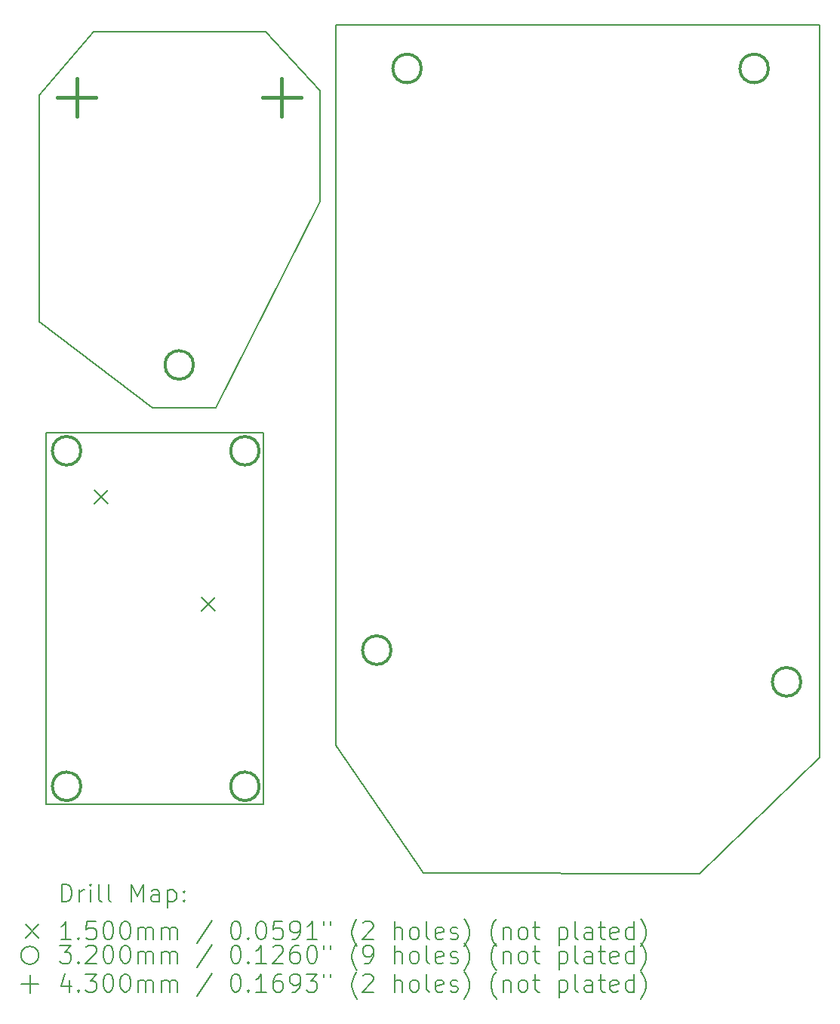
<source format=gbr>
%TF.GenerationSoftware,KiCad,Pcbnew,6.0.11+dfsg-1~bpo11+1*%
%TF.CreationDate,2023-11-13T20:24:25+01:00*%
%TF.ProjectId,v4_pico,76345f70-6963-46f2-9e6b-696361645f70,rev?*%
%TF.SameCoordinates,Original*%
%TF.FileFunction,Drillmap*%
%TF.FilePolarity,Positive*%
%FSLAX45Y45*%
G04 Gerber Fmt 4.5, Leading zero omitted, Abs format (unit mm)*
G04 Created by KiCad (PCBNEW 6.0.11+dfsg-1~bpo11+1) date 2023-11-13 20:24:25*
%MOMM*%
%LPD*%
G01*
G04 APERTURE LIST*
%ADD10C,0.150000*%
%ADD11C,0.200000*%
%ADD12C,0.320000*%
%ADD13C,0.430000*%
G04 APERTURE END LIST*
D10*
X18199100Y-5943600D02*
X18910300Y-5943600D01*
X24332200Y-11165570D02*
X21233400Y-11163030D01*
X21233400Y-11163030D02*
X20256500Y-9728200D01*
X17005300Y-6223000D02*
X19443700Y-6223000D01*
X19443700Y-6223000D02*
X19443700Y-10388600D01*
X19443700Y-10388600D02*
X17005300Y-10388600D01*
X17005300Y-10388600D02*
X17005300Y-6223000D01*
X20078700Y-2387600D02*
X19469100Y-1727200D01*
X25679400Y-1651000D02*
X25679400Y-9867900D01*
X16929100Y-2438400D02*
X16929100Y-4978400D01*
X20256500Y-1651000D02*
X20256500Y-1752600D01*
X25679400Y-9867900D02*
X24332200Y-11165570D01*
X16929100Y-4978400D02*
X18199100Y-5943600D01*
X19469100Y-1727200D02*
X17538700Y-1727200D01*
X20256500Y-1651000D02*
X25679400Y-1651000D01*
X20078700Y-2387600D02*
X20078700Y-3632200D01*
X18910300Y-5943600D02*
X20078700Y-3632200D01*
X17538700Y-1727200D02*
X16929100Y-2438400D01*
X20256500Y-1752600D02*
X20256500Y-9728200D01*
D11*
D10*
X17549500Y-6869600D02*
X17699500Y-7019600D01*
X17699500Y-6869600D02*
X17549500Y-7019600D01*
X18749500Y-8069600D02*
X18899500Y-8219600D01*
X18899500Y-8069600D02*
X18749500Y-8219600D01*
D12*
X17394300Y-6426200D02*
G75*
G03*
X17394300Y-6426200I-160000J0D01*
G01*
X17394300Y-10187800D02*
G75*
G03*
X17394300Y-10187800I-160000J0D01*
G01*
X18656900Y-5463800D02*
G75*
G03*
X18656900Y-5463800I-160000J0D01*
G01*
X19394300Y-6426200D02*
G75*
G03*
X19394300Y-6426200I-160000J0D01*
G01*
X19394300Y-10187800D02*
G75*
G03*
X19394300Y-10187800I-160000J0D01*
G01*
X20873700Y-8661400D02*
G75*
G03*
X20873700Y-8661400I-160000J0D01*
G01*
X21213400Y-2139950D02*
G75*
G03*
X21213400Y-2139950I-160000J0D01*
G01*
X25107200Y-2139950D02*
G75*
G03*
X25107200Y-2139950I-160000J0D01*
G01*
X25471100Y-9017000D02*
G75*
G03*
X25471100Y-9017000I-160000J0D01*
G01*
D13*
X17346900Y-2248800D02*
X17346900Y-2678800D01*
X17131900Y-2463800D02*
X17561900Y-2463800D01*
X19646900Y-2248800D02*
X19646900Y-2678800D01*
X19431900Y-2463800D02*
X19861900Y-2463800D01*
D11*
X17179219Y-11483546D02*
X17179219Y-11283546D01*
X17226838Y-11283546D01*
X17255410Y-11293070D01*
X17274457Y-11312118D01*
X17283981Y-11331165D01*
X17293505Y-11369260D01*
X17293505Y-11397832D01*
X17283981Y-11435927D01*
X17274457Y-11454975D01*
X17255410Y-11474022D01*
X17226838Y-11483546D01*
X17179219Y-11483546D01*
X17379219Y-11483546D02*
X17379219Y-11350213D01*
X17379219Y-11388308D02*
X17388743Y-11369260D01*
X17398267Y-11359737D01*
X17417314Y-11350213D01*
X17436362Y-11350213D01*
X17503029Y-11483546D02*
X17503029Y-11350213D01*
X17503029Y-11283546D02*
X17493505Y-11293070D01*
X17503029Y-11302594D01*
X17512552Y-11293070D01*
X17503029Y-11283546D01*
X17503029Y-11302594D01*
X17626838Y-11483546D02*
X17607790Y-11474022D01*
X17598267Y-11454975D01*
X17598267Y-11283546D01*
X17731600Y-11483546D02*
X17712552Y-11474022D01*
X17703029Y-11454975D01*
X17703029Y-11283546D01*
X17960171Y-11483546D02*
X17960171Y-11283546D01*
X18026838Y-11426403D01*
X18093505Y-11283546D01*
X18093505Y-11483546D01*
X18274457Y-11483546D02*
X18274457Y-11378784D01*
X18264933Y-11359737D01*
X18245886Y-11350213D01*
X18207790Y-11350213D01*
X18188743Y-11359737D01*
X18274457Y-11474022D02*
X18255410Y-11483546D01*
X18207790Y-11483546D01*
X18188743Y-11474022D01*
X18179219Y-11454975D01*
X18179219Y-11435927D01*
X18188743Y-11416879D01*
X18207790Y-11407356D01*
X18255410Y-11407356D01*
X18274457Y-11397832D01*
X18369695Y-11350213D02*
X18369695Y-11550213D01*
X18369695Y-11359737D02*
X18388743Y-11350213D01*
X18426838Y-11350213D01*
X18445886Y-11359737D01*
X18455410Y-11369260D01*
X18464933Y-11388308D01*
X18464933Y-11445451D01*
X18455410Y-11464498D01*
X18445886Y-11474022D01*
X18426838Y-11483546D01*
X18388743Y-11483546D01*
X18369695Y-11474022D01*
X18550648Y-11464498D02*
X18560171Y-11474022D01*
X18550648Y-11483546D01*
X18541124Y-11474022D01*
X18550648Y-11464498D01*
X18550648Y-11483546D01*
X18550648Y-11359737D02*
X18560171Y-11369260D01*
X18550648Y-11378784D01*
X18541124Y-11369260D01*
X18550648Y-11359737D01*
X18550648Y-11378784D01*
D10*
X16771600Y-11738070D02*
X16921600Y-11888070D01*
X16921600Y-11738070D02*
X16771600Y-11888070D01*
D11*
X17283981Y-11903546D02*
X17169695Y-11903546D01*
X17226838Y-11903546D02*
X17226838Y-11703546D01*
X17207790Y-11732118D01*
X17188743Y-11751165D01*
X17169695Y-11760689D01*
X17369695Y-11884498D02*
X17379219Y-11894022D01*
X17369695Y-11903546D01*
X17360171Y-11894022D01*
X17369695Y-11884498D01*
X17369695Y-11903546D01*
X17560171Y-11703546D02*
X17464933Y-11703546D01*
X17455410Y-11798784D01*
X17464933Y-11789260D01*
X17483981Y-11779737D01*
X17531600Y-11779737D01*
X17550648Y-11789260D01*
X17560171Y-11798784D01*
X17569695Y-11817832D01*
X17569695Y-11865451D01*
X17560171Y-11884498D01*
X17550648Y-11894022D01*
X17531600Y-11903546D01*
X17483981Y-11903546D01*
X17464933Y-11894022D01*
X17455410Y-11884498D01*
X17693505Y-11703546D02*
X17712552Y-11703546D01*
X17731600Y-11713070D01*
X17741124Y-11722594D01*
X17750648Y-11741641D01*
X17760171Y-11779737D01*
X17760171Y-11827356D01*
X17750648Y-11865451D01*
X17741124Y-11884498D01*
X17731600Y-11894022D01*
X17712552Y-11903546D01*
X17693505Y-11903546D01*
X17674457Y-11894022D01*
X17664933Y-11884498D01*
X17655410Y-11865451D01*
X17645886Y-11827356D01*
X17645886Y-11779737D01*
X17655410Y-11741641D01*
X17664933Y-11722594D01*
X17674457Y-11713070D01*
X17693505Y-11703546D01*
X17883981Y-11703546D02*
X17903029Y-11703546D01*
X17922076Y-11713070D01*
X17931600Y-11722594D01*
X17941124Y-11741641D01*
X17950648Y-11779737D01*
X17950648Y-11827356D01*
X17941124Y-11865451D01*
X17931600Y-11884498D01*
X17922076Y-11894022D01*
X17903029Y-11903546D01*
X17883981Y-11903546D01*
X17864933Y-11894022D01*
X17855410Y-11884498D01*
X17845886Y-11865451D01*
X17836362Y-11827356D01*
X17836362Y-11779737D01*
X17845886Y-11741641D01*
X17855410Y-11722594D01*
X17864933Y-11713070D01*
X17883981Y-11703546D01*
X18036362Y-11903546D02*
X18036362Y-11770213D01*
X18036362Y-11789260D02*
X18045886Y-11779737D01*
X18064933Y-11770213D01*
X18093505Y-11770213D01*
X18112552Y-11779737D01*
X18122076Y-11798784D01*
X18122076Y-11903546D01*
X18122076Y-11798784D02*
X18131600Y-11779737D01*
X18150648Y-11770213D01*
X18179219Y-11770213D01*
X18198267Y-11779737D01*
X18207790Y-11798784D01*
X18207790Y-11903546D01*
X18303029Y-11903546D02*
X18303029Y-11770213D01*
X18303029Y-11789260D02*
X18312552Y-11779737D01*
X18331600Y-11770213D01*
X18360171Y-11770213D01*
X18379219Y-11779737D01*
X18388743Y-11798784D01*
X18388743Y-11903546D01*
X18388743Y-11798784D02*
X18398267Y-11779737D01*
X18417314Y-11770213D01*
X18445886Y-11770213D01*
X18464933Y-11779737D01*
X18474457Y-11798784D01*
X18474457Y-11903546D01*
X18864933Y-11694022D02*
X18693505Y-11951165D01*
X19122076Y-11703546D02*
X19141124Y-11703546D01*
X19160171Y-11713070D01*
X19169695Y-11722594D01*
X19179219Y-11741641D01*
X19188743Y-11779737D01*
X19188743Y-11827356D01*
X19179219Y-11865451D01*
X19169695Y-11884498D01*
X19160171Y-11894022D01*
X19141124Y-11903546D01*
X19122076Y-11903546D01*
X19103029Y-11894022D01*
X19093505Y-11884498D01*
X19083981Y-11865451D01*
X19074457Y-11827356D01*
X19074457Y-11779737D01*
X19083981Y-11741641D01*
X19093505Y-11722594D01*
X19103029Y-11713070D01*
X19122076Y-11703546D01*
X19274457Y-11884498D02*
X19283981Y-11894022D01*
X19274457Y-11903546D01*
X19264933Y-11894022D01*
X19274457Y-11884498D01*
X19274457Y-11903546D01*
X19407790Y-11703546D02*
X19426838Y-11703546D01*
X19445886Y-11713070D01*
X19455410Y-11722594D01*
X19464933Y-11741641D01*
X19474457Y-11779737D01*
X19474457Y-11827356D01*
X19464933Y-11865451D01*
X19455410Y-11884498D01*
X19445886Y-11894022D01*
X19426838Y-11903546D01*
X19407790Y-11903546D01*
X19388743Y-11894022D01*
X19379219Y-11884498D01*
X19369695Y-11865451D01*
X19360171Y-11827356D01*
X19360171Y-11779737D01*
X19369695Y-11741641D01*
X19379219Y-11722594D01*
X19388743Y-11713070D01*
X19407790Y-11703546D01*
X19655410Y-11703546D02*
X19560171Y-11703546D01*
X19550648Y-11798784D01*
X19560171Y-11789260D01*
X19579219Y-11779737D01*
X19626838Y-11779737D01*
X19645886Y-11789260D01*
X19655410Y-11798784D01*
X19664933Y-11817832D01*
X19664933Y-11865451D01*
X19655410Y-11884498D01*
X19645886Y-11894022D01*
X19626838Y-11903546D01*
X19579219Y-11903546D01*
X19560171Y-11894022D01*
X19550648Y-11884498D01*
X19760171Y-11903546D02*
X19798267Y-11903546D01*
X19817314Y-11894022D01*
X19826838Y-11884498D01*
X19845886Y-11855927D01*
X19855410Y-11817832D01*
X19855410Y-11741641D01*
X19845886Y-11722594D01*
X19836362Y-11713070D01*
X19817314Y-11703546D01*
X19779219Y-11703546D01*
X19760171Y-11713070D01*
X19750648Y-11722594D01*
X19741124Y-11741641D01*
X19741124Y-11789260D01*
X19750648Y-11808308D01*
X19760171Y-11817832D01*
X19779219Y-11827356D01*
X19817314Y-11827356D01*
X19836362Y-11817832D01*
X19845886Y-11808308D01*
X19855410Y-11789260D01*
X20045886Y-11903546D02*
X19931600Y-11903546D01*
X19988743Y-11903546D02*
X19988743Y-11703546D01*
X19969695Y-11732118D01*
X19950648Y-11751165D01*
X19931600Y-11760689D01*
X20122076Y-11703546D02*
X20122076Y-11741641D01*
X20198267Y-11703546D02*
X20198267Y-11741641D01*
X20493505Y-11979737D02*
X20483981Y-11970213D01*
X20464933Y-11941641D01*
X20455410Y-11922594D01*
X20445886Y-11894022D01*
X20436362Y-11846403D01*
X20436362Y-11808308D01*
X20445886Y-11760689D01*
X20455410Y-11732118D01*
X20464933Y-11713070D01*
X20483981Y-11684498D01*
X20493505Y-11674975D01*
X20560171Y-11722594D02*
X20569695Y-11713070D01*
X20588743Y-11703546D01*
X20636362Y-11703546D01*
X20655410Y-11713070D01*
X20664933Y-11722594D01*
X20674457Y-11741641D01*
X20674457Y-11760689D01*
X20664933Y-11789260D01*
X20550648Y-11903546D01*
X20674457Y-11903546D01*
X20912552Y-11903546D02*
X20912552Y-11703546D01*
X20998267Y-11903546D02*
X20998267Y-11798784D01*
X20988743Y-11779737D01*
X20969695Y-11770213D01*
X20941124Y-11770213D01*
X20922076Y-11779737D01*
X20912552Y-11789260D01*
X21122076Y-11903546D02*
X21103029Y-11894022D01*
X21093505Y-11884498D01*
X21083981Y-11865451D01*
X21083981Y-11808308D01*
X21093505Y-11789260D01*
X21103029Y-11779737D01*
X21122076Y-11770213D01*
X21150648Y-11770213D01*
X21169695Y-11779737D01*
X21179219Y-11789260D01*
X21188743Y-11808308D01*
X21188743Y-11865451D01*
X21179219Y-11884498D01*
X21169695Y-11894022D01*
X21150648Y-11903546D01*
X21122076Y-11903546D01*
X21303029Y-11903546D02*
X21283981Y-11894022D01*
X21274457Y-11874975D01*
X21274457Y-11703546D01*
X21455410Y-11894022D02*
X21436362Y-11903546D01*
X21398267Y-11903546D01*
X21379219Y-11894022D01*
X21369695Y-11874975D01*
X21369695Y-11798784D01*
X21379219Y-11779737D01*
X21398267Y-11770213D01*
X21436362Y-11770213D01*
X21455410Y-11779737D01*
X21464933Y-11798784D01*
X21464933Y-11817832D01*
X21369695Y-11836879D01*
X21541124Y-11894022D02*
X21560171Y-11903546D01*
X21598267Y-11903546D01*
X21617314Y-11894022D01*
X21626838Y-11874975D01*
X21626838Y-11865451D01*
X21617314Y-11846403D01*
X21598267Y-11836879D01*
X21569695Y-11836879D01*
X21550648Y-11827356D01*
X21541124Y-11808308D01*
X21541124Y-11798784D01*
X21550648Y-11779737D01*
X21569695Y-11770213D01*
X21598267Y-11770213D01*
X21617314Y-11779737D01*
X21693505Y-11979737D02*
X21703029Y-11970213D01*
X21722076Y-11941641D01*
X21731600Y-11922594D01*
X21741124Y-11894022D01*
X21750648Y-11846403D01*
X21750648Y-11808308D01*
X21741124Y-11760689D01*
X21731600Y-11732118D01*
X21722076Y-11713070D01*
X21703029Y-11684498D01*
X21693505Y-11674975D01*
X22055410Y-11979737D02*
X22045886Y-11970213D01*
X22026838Y-11941641D01*
X22017314Y-11922594D01*
X22007790Y-11894022D01*
X21998267Y-11846403D01*
X21998267Y-11808308D01*
X22007790Y-11760689D01*
X22017314Y-11732118D01*
X22026838Y-11713070D01*
X22045886Y-11684498D01*
X22055410Y-11674975D01*
X22131600Y-11770213D02*
X22131600Y-11903546D01*
X22131600Y-11789260D02*
X22141124Y-11779737D01*
X22160171Y-11770213D01*
X22188743Y-11770213D01*
X22207790Y-11779737D01*
X22217314Y-11798784D01*
X22217314Y-11903546D01*
X22341124Y-11903546D02*
X22322076Y-11894022D01*
X22312552Y-11884498D01*
X22303029Y-11865451D01*
X22303029Y-11808308D01*
X22312552Y-11789260D01*
X22322076Y-11779737D01*
X22341124Y-11770213D01*
X22369695Y-11770213D01*
X22388743Y-11779737D01*
X22398267Y-11789260D01*
X22407790Y-11808308D01*
X22407790Y-11865451D01*
X22398267Y-11884498D01*
X22388743Y-11894022D01*
X22369695Y-11903546D01*
X22341124Y-11903546D01*
X22464933Y-11770213D02*
X22541124Y-11770213D01*
X22493505Y-11703546D02*
X22493505Y-11874975D01*
X22503028Y-11894022D01*
X22522076Y-11903546D01*
X22541124Y-11903546D01*
X22760171Y-11770213D02*
X22760171Y-11970213D01*
X22760171Y-11779737D02*
X22779219Y-11770213D01*
X22817314Y-11770213D01*
X22836362Y-11779737D01*
X22845886Y-11789260D01*
X22855409Y-11808308D01*
X22855409Y-11865451D01*
X22845886Y-11884498D01*
X22836362Y-11894022D01*
X22817314Y-11903546D01*
X22779219Y-11903546D01*
X22760171Y-11894022D01*
X22969695Y-11903546D02*
X22950648Y-11894022D01*
X22941124Y-11874975D01*
X22941124Y-11703546D01*
X23131600Y-11903546D02*
X23131600Y-11798784D01*
X23122076Y-11779737D01*
X23103028Y-11770213D01*
X23064933Y-11770213D01*
X23045886Y-11779737D01*
X23131600Y-11894022D02*
X23112552Y-11903546D01*
X23064933Y-11903546D01*
X23045886Y-11894022D01*
X23036362Y-11874975D01*
X23036362Y-11855927D01*
X23045886Y-11836879D01*
X23064933Y-11827356D01*
X23112552Y-11827356D01*
X23131600Y-11817832D01*
X23198267Y-11770213D02*
X23274457Y-11770213D01*
X23226838Y-11703546D02*
X23226838Y-11874975D01*
X23236362Y-11894022D01*
X23255409Y-11903546D01*
X23274457Y-11903546D01*
X23417314Y-11894022D02*
X23398267Y-11903546D01*
X23360171Y-11903546D01*
X23341124Y-11894022D01*
X23331600Y-11874975D01*
X23331600Y-11798784D01*
X23341124Y-11779737D01*
X23360171Y-11770213D01*
X23398267Y-11770213D01*
X23417314Y-11779737D01*
X23426838Y-11798784D01*
X23426838Y-11817832D01*
X23331600Y-11836879D01*
X23598267Y-11903546D02*
X23598267Y-11703546D01*
X23598267Y-11894022D02*
X23579219Y-11903546D01*
X23541124Y-11903546D01*
X23522076Y-11894022D01*
X23512552Y-11884498D01*
X23503028Y-11865451D01*
X23503028Y-11808308D01*
X23512552Y-11789260D01*
X23522076Y-11779737D01*
X23541124Y-11770213D01*
X23579219Y-11770213D01*
X23598267Y-11779737D01*
X23674457Y-11979737D02*
X23683981Y-11970213D01*
X23703028Y-11941641D01*
X23712552Y-11922594D01*
X23722076Y-11894022D01*
X23731600Y-11846403D01*
X23731600Y-11808308D01*
X23722076Y-11760689D01*
X23712552Y-11732118D01*
X23703028Y-11713070D01*
X23683981Y-11684498D01*
X23674457Y-11674975D01*
X16921600Y-12083070D02*
G75*
G03*
X16921600Y-12083070I-100000J0D01*
G01*
X17160171Y-11973546D02*
X17283981Y-11973546D01*
X17217314Y-12049737D01*
X17245886Y-12049737D01*
X17264933Y-12059260D01*
X17274457Y-12068784D01*
X17283981Y-12087832D01*
X17283981Y-12135451D01*
X17274457Y-12154498D01*
X17264933Y-12164022D01*
X17245886Y-12173546D01*
X17188743Y-12173546D01*
X17169695Y-12164022D01*
X17160171Y-12154498D01*
X17369695Y-12154498D02*
X17379219Y-12164022D01*
X17369695Y-12173546D01*
X17360171Y-12164022D01*
X17369695Y-12154498D01*
X17369695Y-12173546D01*
X17455410Y-11992594D02*
X17464933Y-11983070D01*
X17483981Y-11973546D01*
X17531600Y-11973546D01*
X17550648Y-11983070D01*
X17560171Y-11992594D01*
X17569695Y-12011641D01*
X17569695Y-12030689D01*
X17560171Y-12059260D01*
X17445886Y-12173546D01*
X17569695Y-12173546D01*
X17693505Y-11973546D02*
X17712552Y-11973546D01*
X17731600Y-11983070D01*
X17741124Y-11992594D01*
X17750648Y-12011641D01*
X17760171Y-12049737D01*
X17760171Y-12097356D01*
X17750648Y-12135451D01*
X17741124Y-12154498D01*
X17731600Y-12164022D01*
X17712552Y-12173546D01*
X17693505Y-12173546D01*
X17674457Y-12164022D01*
X17664933Y-12154498D01*
X17655410Y-12135451D01*
X17645886Y-12097356D01*
X17645886Y-12049737D01*
X17655410Y-12011641D01*
X17664933Y-11992594D01*
X17674457Y-11983070D01*
X17693505Y-11973546D01*
X17883981Y-11973546D02*
X17903029Y-11973546D01*
X17922076Y-11983070D01*
X17931600Y-11992594D01*
X17941124Y-12011641D01*
X17950648Y-12049737D01*
X17950648Y-12097356D01*
X17941124Y-12135451D01*
X17931600Y-12154498D01*
X17922076Y-12164022D01*
X17903029Y-12173546D01*
X17883981Y-12173546D01*
X17864933Y-12164022D01*
X17855410Y-12154498D01*
X17845886Y-12135451D01*
X17836362Y-12097356D01*
X17836362Y-12049737D01*
X17845886Y-12011641D01*
X17855410Y-11992594D01*
X17864933Y-11983070D01*
X17883981Y-11973546D01*
X18036362Y-12173546D02*
X18036362Y-12040213D01*
X18036362Y-12059260D02*
X18045886Y-12049737D01*
X18064933Y-12040213D01*
X18093505Y-12040213D01*
X18112552Y-12049737D01*
X18122076Y-12068784D01*
X18122076Y-12173546D01*
X18122076Y-12068784D02*
X18131600Y-12049737D01*
X18150648Y-12040213D01*
X18179219Y-12040213D01*
X18198267Y-12049737D01*
X18207790Y-12068784D01*
X18207790Y-12173546D01*
X18303029Y-12173546D02*
X18303029Y-12040213D01*
X18303029Y-12059260D02*
X18312552Y-12049737D01*
X18331600Y-12040213D01*
X18360171Y-12040213D01*
X18379219Y-12049737D01*
X18388743Y-12068784D01*
X18388743Y-12173546D01*
X18388743Y-12068784D02*
X18398267Y-12049737D01*
X18417314Y-12040213D01*
X18445886Y-12040213D01*
X18464933Y-12049737D01*
X18474457Y-12068784D01*
X18474457Y-12173546D01*
X18864933Y-11964022D02*
X18693505Y-12221165D01*
X19122076Y-11973546D02*
X19141124Y-11973546D01*
X19160171Y-11983070D01*
X19169695Y-11992594D01*
X19179219Y-12011641D01*
X19188743Y-12049737D01*
X19188743Y-12097356D01*
X19179219Y-12135451D01*
X19169695Y-12154498D01*
X19160171Y-12164022D01*
X19141124Y-12173546D01*
X19122076Y-12173546D01*
X19103029Y-12164022D01*
X19093505Y-12154498D01*
X19083981Y-12135451D01*
X19074457Y-12097356D01*
X19074457Y-12049737D01*
X19083981Y-12011641D01*
X19093505Y-11992594D01*
X19103029Y-11983070D01*
X19122076Y-11973546D01*
X19274457Y-12154498D02*
X19283981Y-12164022D01*
X19274457Y-12173546D01*
X19264933Y-12164022D01*
X19274457Y-12154498D01*
X19274457Y-12173546D01*
X19474457Y-12173546D02*
X19360171Y-12173546D01*
X19417314Y-12173546D02*
X19417314Y-11973546D01*
X19398267Y-12002118D01*
X19379219Y-12021165D01*
X19360171Y-12030689D01*
X19550648Y-11992594D02*
X19560171Y-11983070D01*
X19579219Y-11973546D01*
X19626838Y-11973546D01*
X19645886Y-11983070D01*
X19655410Y-11992594D01*
X19664933Y-12011641D01*
X19664933Y-12030689D01*
X19655410Y-12059260D01*
X19541124Y-12173546D01*
X19664933Y-12173546D01*
X19836362Y-11973546D02*
X19798267Y-11973546D01*
X19779219Y-11983070D01*
X19769695Y-11992594D01*
X19750648Y-12021165D01*
X19741124Y-12059260D01*
X19741124Y-12135451D01*
X19750648Y-12154498D01*
X19760171Y-12164022D01*
X19779219Y-12173546D01*
X19817314Y-12173546D01*
X19836362Y-12164022D01*
X19845886Y-12154498D01*
X19855410Y-12135451D01*
X19855410Y-12087832D01*
X19845886Y-12068784D01*
X19836362Y-12059260D01*
X19817314Y-12049737D01*
X19779219Y-12049737D01*
X19760171Y-12059260D01*
X19750648Y-12068784D01*
X19741124Y-12087832D01*
X19979219Y-11973546D02*
X19998267Y-11973546D01*
X20017314Y-11983070D01*
X20026838Y-11992594D01*
X20036362Y-12011641D01*
X20045886Y-12049737D01*
X20045886Y-12097356D01*
X20036362Y-12135451D01*
X20026838Y-12154498D01*
X20017314Y-12164022D01*
X19998267Y-12173546D01*
X19979219Y-12173546D01*
X19960171Y-12164022D01*
X19950648Y-12154498D01*
X19941124Y-12135451D01*
X19931600Y-12097356D01*
X19931600Y-12049737D01*
X19941124Y-12011641D01*
X19950648Y-11992594D01*
X19960171Y-11983070D01*
X19979219Y-11973546D01*
X20122076Y-11973546D02*
X20122076Y-12011641D01*
X20198267Y-11973546D02*
X20198267Y-12011641D01*
X20493505Y-12249737D02*
X20483981Y-12240213D01*
X20464933Y-12211641D01*
X20455410Y-12192594D01*
X20445886Y-12164022D01*
X20436362Y-12116403D01*
X20436362Y-12078308D01*
X20445886Y-12030689D01*
X20455410Y-12002118D01*
X20464933Y-11983070D01*
X20483981Y-11954498D01*
X20493505Y-11944975D01*
X20579219Y-12173546D02*
X20617314Y-12173546D01*
X20636362Y-12164022D01*
X20645886Y-12154498D01*
X20664933Y-12125927D01*
X20674457Y-12087832D01*
X20674457Y-12011641D01*
X20664933Y-11992594D01*
X20655410Y-11983070D01*
X20636362Y-11973546D01*
X20598267Y-11973546D01*
X20579219Y-11983070D01*
X20569695Y-11992594D01*
X20560171Y-12011641D01*
X20560171Y-12059260D01*
X20569695Y-12078308D01*
X20579219Y-12087832D01*
X20598267Y-12097356D01*
X20636362Y-12097356D01*
X20655410Y-12087832D01*
X20664933Y-12078308D01*
X20674457Y-12059260D01*
X20912552Y-12173546D02*
X20912552Y-11973546D01*
X20998267Y-12173546D02*
X20998267Y-12068784D01*
X20988743Y-12049737D01*
X20969695Y-12040213D01*
X20941124Y-12040213D01*
X20922076Y-12049737D01*
X20912552Y-12059260D01*
X21122076Y-12173546D02*
X21103029Y-12164022D01*
X21093505Y-12154498D01*
X21083981Y-12135451D01*
X21083981Y-12078308D01*
X21093505Y-12059260D01*
X21103029Y-12049737D01*
X21122076Y-12040213D01*
X21150648Y-12040213D01*
X21169695Y-12049737D01*
X21179219Y-12059260D01*
X21188743Y-12078308D01*
X21188743Y-12135451D01*
X21179219Y-12154498D01*
X21169695Y-12164022D01*
X21150648Y-12173546D01*
X21122076Y-12173546D01*
X21303029Y-12173546D02*
X21283981Y-12164022D01*
X21274457Y-12144975D01*
X21274457Y-11973546D01*
X21455410Y-12164022D02*
X21436362Y-12173546D01*
X21398267Y-12173546D01*
X21379219Y-12164022D01*
X21369695Y-12144975D01*
X21369695Y-12068784D01*
X21379219Y-12049737D01*
X21398267Y-12040213D01*
X21436362Y-12040213D01*
X21455410Y-12049737D01*
X21464933Y-12068784D01*
X21464933Y-12087832D01*
X21369695Y-12106879D01*
X21541124Y-12164022D02*
X21560171Y-12173546D01*
X21598267Y-12173546D01*
X21617314Y-12164022D01*
X21626838Y-12144975D01*
X21626838Y-12135451D01*
X21617314Y-12116403D01*
X21598267Y-12106879D01*
X21569695Y-12106879D01*
X21550648Y-12097356D01*
X21541124Y-12078308D01*
X21541124Y-12068784D01*
X21550648Y-12049737D01*
X21569695Y-12040213D01*
X21598267Y-12040213D01*
X21617314Y-12049737D01*
X21693505Y-12249737D02*
X21703029Y-12240213D01*
X21722076Y-12211641D01*
X21731600Y-12192594D01*
X21741124Y-12164022D01*
X21750648Y-12116403D01*
X21750648Y-12078308D01*
X21741124Y-12030689D01*
X21731600Y-12002118D01*
X21722076Y-11983070D01*
X21703029Y-11954498D01*
X21693505Y-11944975D01*
X22055410Y-12249737D02*
X22045886Y-12240213D01*
X22026838Y-12211641D01*
X22017314Y-12192594D01*
X22007790Y-12164022D01*
X21998267Y-12116403D01*
X21998267Y-12078308D01*
X22007790Y-12030689D01*
X22017314Y-12002118D01*
X22026838Y-11983070D01*
X22045886Y-11954498D01*
X22055410Y-11944975D01*
X22131600Y-12040213D02*
X22131600Y-12173546D01*
X22131600Y-12059260D02*
X22141124Y-12049737D01*
X22160171Y-12040213D01*
X22188743Y-12040213D01*
X22207790Y-12049737D01*
X22217314Y-12068784D01*
X22217314Y-12173546D01*
X22341124Y-12173546D02*
X22322076Y-12164022D01*
X22312552Y-12154498D01*
X22303029Y-12135451D01*
X22303029Y-12078308D01*
X22312552Y-12059260D01*
X22322076Y-12049737D01*
X22341124Y-12040213D01*
X22369695Y-12040213D01*
X22388743Y-12049737D01*
X22398267Y-12059260D01*
X22407790Y-12078308D01*
X22407790Y-12135451D01*
X22398267Y-12154498D01*
X22388743Y-12164022D01*
X22369695Y-12173546D01*
X22341124Y-12173546D01*
X22464933Y-12040213D02*
X22541124Y-12040213D01*
X22493505Y-11973546D02*
X22493505Y-12144975D01*
X22503028Y-12164022D01*
X22522076Y-12173546D01*
X22541124Y-12173546D01*
X22760171Y-12040213D02*
X22760171Y-12240213D01*
X22760171Y-12049737D02*
X22779219Y-12040213D01*
X22817314Y-12040213D01*
X22836362Y-12049737D01*
X22845886Y-12059260D01*
X22855409Y-12078308D01*
X22855409Y-12135451D01*
X22845886Y-12154498D01*
X22836362Y-12164022D01*
X22817314Y-12173546D01*
X22779219Y-12173546D01*
X22760171Y-12164022D01*
X22969695Y-12173546D02*
X22950648Y-12164022D01*
X22941124Y-12144975D01*
X22941124Y-11973546D01*
X23131600Y-12173546D02*
X23131600Y-12068784D01*
X23122076Y-12049737D01*
X23103028Y-12040213D01*
X23064933Y-12040213D01*
X23045886Y-12049737D01*
X23131600Y-12164022D02*
X23112552Y-12173546D01*
X23064933Y-12173546D01*
X23045886Y-12164022D01*
X23036362Y-12144975D01*
X23036362Y-12125927D01*
X23045886Y-12106879D01*
X23064933Y-12097356D01*
X23112552Y-12097356D01*
X23131600Y-12087832D01*
X23198267Y-12040213D02*
X23274457Y-12040213D01*
X23226838Y-11973546D02*
X23226838Y-12144975D01*
X23236362Y-12164022D01*
X23255409Y-12173546D01*
X23274457Y-12173546D01*
X23417314Y-12164022D02*
X23398267Y-12173546D01*
X23360171Y-12173546D01*
X23341124Y-12164022D01*
X23331600Y-12144975D01*
X23331600Y-12068784D01*
X23341124Y-12049737D01*
X23360171Y-12040213D01*
X23398267Y-12040213D01*
X23417314Y-12049737D01*
X23426838Y-12068784D01*
X23426838Y-12087832D01*
X23331600Y-12106879D01*
X23598267Y-12173546D02*
X23598267Y-11973546D01*
X23598267Y-12164022D02*
X23579219Y-12173546D01*
X23541124Y-12173546D01*
X23522076Y-12164022D01*
X23512552Y-12154498D01*
X23503028Y-12135451D01*
X23503028Y-12078308D01*
X23512552Y-12059260D01*
X23522076Y-12049737D01*
X23541124Y-12040213D01*
X23579219Y-12040213D01*
X23598267Y-12049737D01*
X23674457Y-12249737D02*
X23683981Y-12240213D01*
X23703028Y-12211641D01*
X23712552Y-12192594D01*
X23722076Y-12164022D01*
X23731600Y-12116403D01*
X23731600Y-12078308D01*
X23722076Y-12030689D01*
X23712552Y-12002118D01*
X23703028Y-11983070D01*
X23683981Y-11954498D01*
X23674457Y-11944975D01*
X16821600Y-12303070D02*
X16821600Y-12503070D01*
X16721600Y-12403070D02*
X16921600Y-12403070D01*
X17264933Y-12360213D02*
X17264933Y-12493546D01*
X17217314Y-12284022D02*
X17169695Y-12426879D01*
X17293505Y-12426879D01*
X17369695Y-12474498D02*
X17379219Y-12484022D01*
X17369695Y-12493546D01*
X17360171Y-12484022D01*
X17369695Y-12474498D01*
X17369695Y-12493546D01*
X17445886Y-12293546D02*
X17569695Y-12293546D01*
X17503029Y-12369737D01*
X17531600Y-12369737D01*
X17550648Y-12379260D01*
X17560171Y-12388784D01*
X17569695Y-12407832D01*
X17569695Y-12455451D01*
X17560171Y-12474498D01*
X17550648Y-12484022D01*
X17531600Y-12493546D01*
X17474457Y-12493546D01*
X17455410Y-12484022D01*
X17445886Y-12474498D01*
X17693505Y-12293546D02*
X17712552Y-12293546D01*
X17731600Y-12303070D01*
X17741124Y-12312594D01*
X17750648Y-12331641D01*
X17760171Y-12369737D01*
X17760171Y-12417356D01*
X17750648Y-12455451D01*
X17741124Y-12474498D01*
X17731600Y-12484022D01*
X17712552Y-12493546D01*
X17693505Y-12493546D01*
X17674457Y-12484022D01*
X17664933Y-12474498D01*
X17655410Y-12455451D01*
X17645886Y-12417356D01*
X17645886Y-12369737D01*
X17655410Y-12331641D01*
X17664933Y-12312594D01*
X17674457Y-12303070D01*
X17693505Y-12293546D01*
X17883981Y-12293546D02*
X17903029Y-12293546D01*
X17922076Y-12303070D01*
X17931600Y-12312594D01*
X17941124Y-12331641D01*
X17950648Y-12369737D01*
X17950648Y-12417356D01*
X17941124Y-12455451D01*
X17931600Y-12474498D01*
X17922076Y-12484022D01*
X17903029Y-12493546D01*
X17883981Y-12493546D01*
X17864933Y-12484022D01*
X17855410Y-12474498D01*
X17845886Y-12455451D01*
X17836362Y-12417356D01*
X17836362Y-12369737D01*
X17845886Y-12331641D01*
X17855410Y-12312594D01*
X17864933Y-12303070D01*
X17883981Y-12293546D01*
X18036362Y-12493546D02*
X18036362Y-12360213D01*
X18036362Y-12379260D02*
X18045886Y-12369737D01*
X18064933Y-12360213D01*
X18093505Y-12360213D01*
X18112552Y-12369737D01*
X18122076Y-12388784D01*
X18122076Y-12493546D01*
X18122076Y-12388784D02*
X18131600Y-12369737D01*
X18150648Y-12360213D01*
X18179219Y-12360213D01*
X18198267Y-12369737D01*
X18207790Y-12388784D01*
X18207790Y-12493546D01*
X18303029Y-12493546D02*
X18303029Y-12360213D01*
X18303029Y-12379260D02*
X18312552Y-12369737D01*
X18331600Y-12360213D01*
X18360171Y-12360213D01*
X18379219Y-12369737D01*
X18388743Y-12388784D01*
X18388743Y-12493546D01*
X18388743Y-12388784D02*
X18398267Y-12369737D01*
X18417314Y-12360213D01*
X18445886Y-12360213D01*
X18464933Y-12369737D01*
X18474457Y-12388784D01*
X18474457Y-12493546D01*
X18864933Y-12284022D02*
X18693505Y-12541165D01*
X19122076Y-12293546D02*
X19141124Y-12293546D01*
X19160171Y-12303070D01*
X19169695Y-12312594D01*
X19179219Y-12331641D01*
X19188743Y-12369737D01*
X19188743Y-12417356D01*
X19179219Y-12455451D01*
X19169695Y-12474498D01*
X19160171Y-12484022D01*
X19141124Y-12493546D01*
X19122076Y-12493546D01*
X19103029Y-12484022D01*
X19093505Y-12474498D01*
X19083981Y-12455451D01*
X19074457Y-12417356D01*
X19074457Y-12369737D01*
X19083981Y-12331641D01*
X19093505Y-12312594D01*
X19103029Y-12303070D01*
X19122076Y-12293546D01*
X19274457Y-12474498D02*
X19283981Y-12484022D01*
X19274457Y-12493546D01*
X19264933Y-12484022D01*
X19274457Y-12474498D01*
X19274457Y-12493546D01*
X19474457Y-12493546D02*
X19360171Y-12493546D01*
X19417314Y-12493546D02*
X19417314Y-12293546D01*
X19398267Y-12322118D01*
X19379219Y-12341165D01*
X19360171Y-12350689D01*
X19645886Y-12293546D02*
X19607790Y-12293546D01*
X19588743Y-12303070D01*
X19579219Y-12312594D01*
X19560171Y-12341165D01*
X19550648Y-12379260D01*
X19550648Y-12455451D01*
X19560171Y-12474498D01*
X19569695Y-12484022D01*
X19588743Y-12493546D01*
X19626838Y-12493546D01*
X19645886Y-12484022D01*
X19655410Y-12474498D01*
X19664933Y-12455451D01*
X19664933Y-12407832D01*
X19655410Y-12388784D01*
X19645886Y-12379260D01*
X19626838Y-12369737D01*
X19588743Y-12369737D01*
X19569695Y-12379260D01*
X19560171Y-12388784D01*
X19550648Y-12407832D01*
X19760171Y-12493546D02*
X19798267Y-12493546D01*
X19817314Y-12484022D01*
X19826838Y-12474498D01*
X19845886Y-12445927D01*
X19855410Y-12407832D01*
X19855410Y-12331641D01*
X19845886Y-12312594D01*
X19836362Y-12303070D01*
X19817314Y-12293546D01*
X19779219Y-12293546D01*
X19760171Y-12303070D01*
X19750648Y-12312594D01*
X19741124Y-12331641D01*
X19741124Y-12379260D01*
X19750648Y-12398308D01*
X19760171Y-12407832D01*
X19779219Y-12417356D01*
X19817314Y-12417356D01*
X19836362Y-12407832D01*
X19845886Y-12398308D01*
X19855410Y-12379260D01*
X19922076Y-12293546D02*
X20045886Y-12293546D01*
X19979219Y-12369737D01*
X20007790Y-12369737D01*
X20026838Y-12379260D01*
X20036362Y-12388784D01*
X20045886Y-12407832D01*
X20045886Y-12455451D01*
X20036362Y-12474498D01*
X20026838Y-12484022D01*
X20007790Y-12493546D01*
X19950648Y-12493546D01*
X19931600Y-12484022D01*
X19922076Y-12474498D01*
X20122076Y-12293546D02*
X20122076Y-12331641D01*
X20198267Y-12293546D02*
X20198267Y-12331641D01*
X20493505Y-12569737D02*
X20483981Y-12560213D01*
X20464933Y-12531641D01*
X20455410Y-12512594D01*
X20445886Y-12484022D01*
X20436362Y-12436403D01*
X20436362Y-12398308D01*
X20445886Y-12350689D01*
X20455410Y-12322118D01*
X20464933Y-12303070D01*
X20483981Y-12274498D01*
X20493505Y-12264975D01*
X20560171Y-12312594D02*
X20569695Y-12303070D01*
X20588743Y-12293546D01*
X20636362Y-12293546D01*
X20655410Y-12303070D01*
X20664933Y-12312594D01*
X20674457Y-12331641D01*
X20674457Y-12350689D01*
X20664933Y-12379260D01*
X20550648Y-12493546D01*
X20674457Y-12493546D01*
X20912552Y-12493546D02*
X20912552Y-12293546D01*
X20998267Y-12493546D02*
X20998267Y-12388784D01*
X20988743Y-12369737D01*
X20969695Y-12360213D01*
X20941124Y-12360213D01*
X20922076Y-12369737D01*
X20912552Y-12379260D01*
X21122076Y-12493546D02*
X21103029Y-12484022D01*
X21093505Y-12474498D01*
X21083981Y-12455451D01*
X21083981Y-12398308D01*
X21093505Y-12379260D01*
X21103029Y-12369737D01*
X21122076Y-12360213D01*
X21150648Y-12360213D01*
X21169695Y-12369737D01*
X21179219Y-12379260D01*
X21188743Y-12398308D01*
X21188743Y-12455451D01*
X21179219Y-12474498D01*
X21169695Y-12484022D01*
X21150648Y-12493546D01*
X21122076Y-12493546D01*
X21303029Y-12493546D02*
X21283981Y-12484022D01*
X21274457Y-12464975D01*
X21274457Y-12293546D01*
X21455410Y-12484022D02*
X21436362Y-12493546D01*
X21398267Y-12493546D01*
X21379219Y-12484022D01*
X21369695Y-12464975D01*
X21369695Y-12388784D01*
X21379219Y-12369737D01*
X21398267Y-12360213D01*
X21436362Y-12360213D01*
X21455410Y-12369737D01*
X21464933Y-12388784D01*
X21464933Y-12407832D01*
X21369695Y-12426879D01*
X21541124Y-12484022D02*
X21560171Y-12493546D01*
X21598267Y-12493546D01*
X21617314Y-12484022D01*
X21626838Y-12464975D01*
X21626838Y-12455451D01*
X21617314Y-12436403D01*
X21598267Y-12426879D01*
X21569695Y-12426879D01*
X21550648Y-12417356D01*
X21541124Y-12398308D01*
X21541124Y-12388784D01*
X21550648Y-12369737D01*
X21569695Y-12360213D01*
X21598267Y-12360213D01*
X21617314Y-12369737D01*
X21693505Y-12569737D02*
X21703029Y-12560213D01*
X21722076Y-12531641D01*
X21731600Y-12512594D01*
X21741124Y-12484022D01*
X21750648Y-12436403D01*
X21750648Y-12398308D01*
X21741124Y-12350689D01*
X21731600Y-12322118D01*
X21722076Y-12303070D01*
X21703029Y-12274498D01*
X21693505Y-12264975D01*
X22055410Y-12569737D02*
X22045886Y-12560213D01*
X22026838Y-12531641D01*
X22017314Y-12512594D01*
X22007790Y-12484022D01*
X21998267Y-12436403D01*
X21998267Y-12398308D01*
X22007790Y-12350689D01*
X22017314Y-12322118D01*
X22026838Y-12303070D01*
X22045886Y-12274498D01*
X22055410Y-12264975D01*
X22131600Y-12360213D02*
X22131600Y-12493546D01*
X22131600Y-12379260D02*
X22141124Y-12369737D01*
X22160171Y-12360213D01*
X22188743Y-12360213D01*
X22207790Y-12369737D01*
X22217314Y-12388784D01*
X22217314Y-12493546D01*
X22341124Y-12493546D02*
X22322076Y-12484022D01*
X22312552Y-12474498D01*
X22303029Y-12455451D01*
X22303029Y-12398308D01*
X22312552Y-12379260D01*
X22322076Y-12369737D01*
X22341124Y-12360213D01*
X22369695Y-12360213D01*
X22388743Y-12369737D01*
X22398267Y-12379260D01*
X22407790Y-12398308D01*
X22407790Y-12455451D01*
X22398267Y-12474498D01*
X22388743Y-12484022D01*
X22369695Y-12493546D01*
X22341124Y-12493546D01*
X22464933Y-12360213D02*
X22541124Y-12360213D01*
X22493505Y-12293546D02*
X22493505Y-12464975D01*
X22503028Y-12484022D01*
X22522076Y-12493546D01*
X22541124Y-12493546D01*
X22760171Y-12360213D02*
X22760171Y-12560213D01*
X22760171Y-12369737D02*
X22779219Y-12360213D01*
X22817314Y-12360213D01*
X22836362Y-12369737D01*
X22845886Y-12379260D01*
X22855409Y-12398308D01*
X22855409Y-12455451D01*
X22845886Y-12474498D01*
X22836362Y-12484022D01*
X22817314Y-12493546D01*
X22779219Y-12493546D01*
X22760171Y-12484022D01*
X22969695Y-12493546D02*
X22950648Y-12484022D01*
X22941124Y-12464975D01*
X22941124Y-12293546D01*
X23131600Y-12493546D02*
X23131600Y-12388784D01*
X23122076Y-12369737D01*
X23103028Y-12360213D01*
X23064933Y-12360213D01*
X23045886Y-12369737D01*
X23131600Y-12484022D02*
X23112552Y-12493546D01*
X23064933Y-12493546D01*
X23045886Y-12484022D01*
X23036362Y-12464975D01*
X23036362Y-12445927D01*
X23045886Y-12426879D01*
X23064933Y-12417356D01*
X23112552Y-12417356D01*
X23131600Y-12407832D01*
X23198267Y-12360213D02*
X23274457Y-12360213D01*
X23226838Y-12293546D02*
X23226838Y-12464975D01*
X23236362Y-12484022D01*
X23255409Y-12493546D01*
X23274457Y-12493546D01*
X23417314Y-12484022D02*
X23398267Y-12493546D01*
X23360171Y-12493546D01*
X23341124Y-12484022D01*
X23331600Y-12464975D01*
X23331600Y-12388784D01*
X23341124Y-12369737D01*
X23360171Y-12360213D01*
X23398267Y-12360213D01*
X23417314Y-12369737D01*
X23426838Y-12388784D01*
X23426838Y-12407832D01*
X23331600Y-12426879D01*
X23598267Y-12493546D02*
X23598267Y-12293546D01*
X23598267Y-12484022D02*
X23579219Y-12493546D01*
X23541124Y-12493546D01*
X23522076Y-12484022D01*
X23512552Y-12474498D01*
X23503028Y-12455451D01*
X23503028Y-12398308D01*
X23512552Y-12379260D01*
X23522076Y-12369737D01*
X23541124Y-12360213D01*
X23579219Y-12360213D01*
X23598267Y-12369737D01*
X23674457Y-12569737D02*
X23683981Y-12560213D01*
X23703028Y-12531641D01*
X23712552Y-12512594D01*
X23722076Y-12484022D01*
X23731600Y-12436403D01*
X23731600Y-12398308D01*
X23722076Y-12350689D01*
X23712552Y-12322118D01*
X23703028Y-12303070D01*
X23683981Y-12274498D01*
X23674457Y-12264975D01*
M02*

</source>
